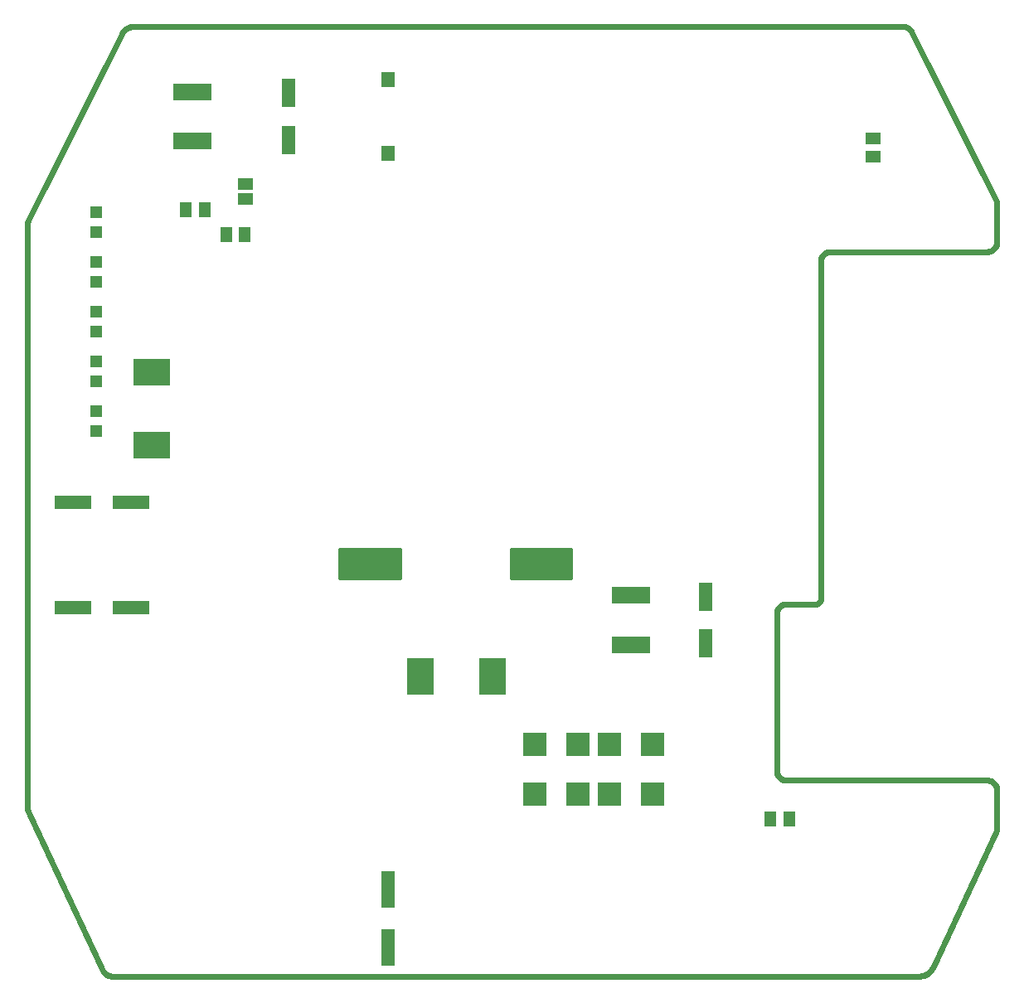
<source format=gtp>
G75*
%MOIN*%
%OFA0B0*%
%FSLAX25Y25*%
%IPPOS*%
%LPD*%
%AMOC8*
5,1,8,0,0,1.08239X$1,22.5*
%
%ADD10C,0.00600*%
%ADD11C,0.02400*%
%ADD12R,0.04724X0.04724*%
%ADD13R,0.05906X0.05118*%
%ADD14R,0.05118X0.05906*%
%ADD15C,0.01280*%
%ADD16R,0.09449X0.09449*%
%ADD17R,0.15748X0.07087*%
%ADD18R,0.14961X0.05512*%
%ADD19R,0.05512X0.11811*%
%ADD20R,0.11024X0.14961*%
%ADD21R,0.14961X0.11024*%
%ADD22R,0.06300X0.04600*%
%ADD23R,0.05512X0.14961*%
%ADD24R,0.05512X0.06299*%
D10*
X0399100Y0314100D02*
X0399240Y0314102D01*
X0399380Y0314108D01*
X0399520Y0314118D01*
X0399660Y0314131D01*
X0399799Y0314149D01*
X0399938Y0314171D01*
X0400075Y0314196D01*
X0400213Y0314225D01*
X0400349Y0314258D01*
X0400484Y0314295D01*
X0400618Y0314336D01*
X0400751Y0314381D01*
X0400883Y0314429D01*
X0401013Y0314481D01*
X0401142Y0314536D01*
X0401269Y0314595D01*
X0401395Y0314658D01*
X0401519Y0314724D01*
X0401640Y0314793D01*
X0401760Y0314866D01*
X0401878Y0314943D01*
X0401993Y0315022D01*
X0402107Y0315105D01*
X0402217Y0315191D01*
X0402326Y0315280D01*
X0402432Y0315372D01*
X0402535Y0315467D01*
X0402636Y0315564D01*
X0402733Y0315665D01*
X0402828Y0315768D01*
X0402920Y0315874D01*
X0403009Y0315983D01*
X0403095Y0316093D01*
X0403178Y0316207D01*
X0403257Y0316322D01*
X0403334Y0316440D01*
X0403407Y0316560D01*
X0403476Y0316681D01*
X0403542Y0316805D01*
X0403605Y0316931D01*
X0403664Y0317058D01*
X0403719Y0317187D01*
X0403771Y0317317D01*
X0403819Y0317449D01*
X0403864Y0317582D01*
X0403905Y0317716D01*
X0403942Y0317851D01*
X0403975Y0317987D01*
X0404004Y0318125D01*
X0404029Y0318262D01*
X0404051Y0318401D01*
X0404069Y0318540D01*
X0404082Y0318680D01*
X0404092Y0318820D01*
X0404098Y0318960D01*
X0404100Y0319100D01*
X0404098Y0318960D01*
X0404092Y0318820D01*
X0404082Y0318680D01*
X0404069Y0318540D01*
X0404051Y0318401D01*
X0404029Y0318262D01*
X0404004Y0318125D01*
X0403975Y0317987D01*
X0403942Y0317851D01*
X0403905Y0317716D01*
X0403864Y0317582D01*
X0403819Y0317449D01*
X0403771Y0317317D01*
X0403719Y0317187D01*
X0403664Y0317058D01*
X0403605Y0316931D01*
X0403542Y0316805D01*
X0403476Y0316681D01*
X0403407Y0316560D01*
X0403334Y0316440D01*
X0403257Y0316322D01*
X0403178Y0316207D01*
X0403095Y0316093D01*
X0403009Y0315983D01*
X0402920Y0315874D01*
X0402828Y0315768D01*
X0402733Y0315665D01*
X0402636Y0315564D01*
X0402535Y0315467D01*
X0402432Y0315372D01*
X0402326Y0315280D01*
X0402217Y0315191D01*
X0402107Y0315105D01*
X0401993Y0315022D01*
X0401878Y0314943D01*
X0401760Y0314866D01*
X0401640Y0314793D01*
X0401519Y0314724D01*
X0401395Y0314658D01*
X0401269Y0314595D01*
X0401142Y0314536D01*
X0401013Y0314481D01*
X0400883Y0314429D01*
X0400751Y0314381D01*
X0400618Y0314336D01*
X0400484Y0314295D01*
X0400349Y0314258D01*
X0400213Y0314225D01*
X0400075Y0314196D01*
X0399938Y0314171D01*
X0399799Y0314149D01*
X0399660Y0314131D01*
X0399520Y0314118D01*
X0399380Y0314108D01*
X0399240Y0314102D01*
X0399100Y0314100D01*
D11*
X0014516Y0089509D02*
X0044508Y0025587D01*
X0044565Y0025477D01*
X0044626Y0025368D01*
X0044690Y0025262D01*
X0044758Y0025157D01*
X0044829Y0025055D01*
X0044903Y0024955D01*
X0044980Y0024857D01*
X0045061Y0024762D01*
X0045144Y0024669D01*
X0045230Y0024579D01*
X0045319Y0024492D01*
X0045411Y0024408D01*
X0045505Y0024327D01*
X0045602Y0024248D01*
X0045701Y0024173D01*
X0045803Y0024101D01*
X0045906Y0024032D01*
X0046012Y0023967D01*
X0046120Y0023905D01*
X0046230Y0023846D01*
X0046342Y0023791D01*
X0046455Y0023739D01*
X0046570Y0023691D01*
X0046687Y0023647D01*
X0046804Y0023606D01*
X0046923Y0023569D01*
X0047043Y0023536D01*
X0047164Y0023507D01*
X0047286Y0023482D01*
X0047409Y0023460D01*
X0047532Y0023442D01*
X0047656Y0023429D01*
X0047780Y0023419D01*
X0047904Y0023413D01*
X0048029Y0023411D01*
X0372655Y0023411D01*
X0377937Y0026676D02*
X0403656Y0082050D01*
X0403864Y0082931D02*
X0403864Y0098214D01*
X0403862Y0098338D01*
X0403856Y0098461D01*
X0403847Y0098585D01*
X0403833Y0098707D01*
X0403816Y0098830D01*
X0403794Y0098952D01*
X0403769Y0099073D01*
X0403740Y0099193D01*
X0403708Y0099312D01*
X0403671Y0099431D01*
X0403631Y0099548D01*
X0403588Y0099663D01*
X0403540Y0099778D01*
X0403489Y0099890D01*
X0403435Y0100001D01*
X0403377Y0100111D01*
X0403316Y0100218D01*
X0403251Y0100324D01*
X0403183Y0100427D01*
X0403112Y0100528D01*
X0403038Y0100627D01*
X0402961Y0100724D01*
X0402880Y0100818D01*
X0402797Y0100909D01*
X0402711Y0100998D01*
X0402622Y0101084D01*
X0402531Y0101167D01*
X0402437Y0101248D01*
X0402340Y0101325D01*
X0402241Y0101399D01*
X0402140Y0101470D01*
X0402037Y0101538D01*
X0401931Y0101603D01*
X0401824Y0101664D01*
X0401714Y0101722D01*
X0401603Y0101776D01*
X0401491Y0101827D01*
X0401376Y0101875D01*
X0401261Y0101918D01*
X0401144Y0101958D01*
X0401025Y0101995D01*
X0400906Y0102027D01*
X0400786Y0102056D01*
X0400665Y0102081D01*
X0400543Y0102103D01*
X0400420Y0102120D01*
X0400298Y0102134D01*
X0400174Y0102143D01*
X0400051Y0102149D01*
X0399927Y0102151D01*
X0319218Y0102151D01*
X0319094Y0102153D01*
X0318971Y0102159D01*
X0318847Y0102168D01*
X0318725Y0102182D01*
X0318602Y0102199D01*
X0318480Y0102221D01*
X0318359Y0102246D01*
X0318239Y0102275D01*
X0318120Y0102307D01*
X0318001Y0102344D01*
X0317884Y0102384D01*
X0317769Y0102427D01*
X0317654Y0102475D01*
X0317542Y0102526D01*
X0317431Y0102580D01*
X0317321Y0102638D01*
X0317214Y0102699D01*
X0317108Y0102764D01*
X0317005Y0102832D01*
X0316904Y0102903D01*
X0316805Y0102977D01*
X0316708Y0103054D01*
X0316614Y0103135D01*
X0316523Y0103218D01*
X0316434Y0103304D01*
X0316348Y0103393D01*
X0316265Y0103484D01*
X0316184Y0103578D01*
X0316107Y0103675D01*
X0316033Y0103774D01*
X0315962Y0103875D01*
X0315894Y0103978D01*
X0315829Y0104084D01*
X0315768Y0104191D01*
X0315710Y0104301D01*
X0315656Y0104412D01*
X0315605Y0104524D01*
X0315557Y0104639D01*
X0315514Y0104754D01*
X0315474Y0104871D01*
X0315437Y0104990D01*
X0315405Y0105109D01*
X0315376Y0105229D01*
X0315351Y0105350D01*
X0315329Y0105472D01*
X0315312Y0105595D01*
X0315298Y0105717D01*
X0315289Y0105841D01*
X0315283Y0105964D01*
X0315281Y0106088D01*
X0315281Y0169080D01*
X0315283Y0169204D01*
X0315289Y0169327D01*
X0315298Y0169451D01*
X0315312Y0169573D01*
X0315329Y0169696D01*
X0315351Y0169818D01*
X0315376Y0169939D01*
X0315405Y0170059D01*
X0315437Y0170178D01*
X0315474Y0170297D01*
X0315514Y0170414D01*
X0315557Y0170529D01*
X0315605Y0170644D01*
X0315656Y0170756D01*
X0315710Y0170867D01*
X0315768Y0170977D01*
X0315829Y0171084D01*
X0315894Y0171190D01*
X0315962Y0171293D01*
X0316033Y0171394D01*
X0316107Y0171493D01*
X0316184Y0171590D01*
X0316265Y0171684D01*
X0316348Y0171775D01*
X0316434Y0171864D01*
X0316523Y0171950D01*
X0316614Y0172033D01*
X0316708Y0172114D01*
X0316805Y0172191D01*
X0316904Y0172265D01*
X0317005Y0172336D01*
X0317108Y0172404D01*
X0317214Y0172469D01*
X0317321Y0172530D01*
X0317431Y0172588D01*
X0317542Y0172642D01*
X0317654Y0172693D01*
X0317769Y0172741D01*
X0317884Y0172784D01*
X0318001Y0172824D01*
X0318120Y0172861D01*
X0318239Y0172893D01*
X0318359Y0172922D01*
X0318480Y0172947D01*
X0318602Y0172969D01*
X0318725Y0172986D01*
X0318847Y0173000D01*
X0318971Y0173009D01*
X0319094Y0173015D01*
X0319218Y0173017D01*
X0331029Y0173017D01*
X0331115Y0173019D01*
X0331201Y0173024D01*
X0331286Y0173034D01*
X0331371Y0173047D01*
X0331455Y0173064D01*
X0331539Y0173084D01*
X0331621Y0173108D01*
X0331702Y0173136D01*
X0331783Y0173167D01*
X0331861Y0173201D01*
X0331938Y0173239D01*
X0332014Y0173281D01*
X0332087Y0173325D01*
X0332158Y0173373D01*
X0332228Y0173424D01*
X0332295Y0173478D01*
X0332359Y0173534D01*
X0332421Y0173594D01*
X0332481Y0173656D01*
X0332537Y0173720D01*
X0332591Y0173787D01*
X0332642Y0173857D01*
X0332690Y0173928D01*
X0332734Y0174002D01*
X0332776Y0174077D01*
X0332814Y0174154D01*
X0332848Y0174232D01*
X0332879Y0174313D01*
X0332907Y0174394D01*
X0332931Y0174476D01*
X0332951Y0174560D01*
X0332968Y0174644D01*
X0332981Y0174729D01*
X0332991Y0174814D01*
X0332996Y0174900D01*
X0332998Y0174986D01*
X0332998Y0310813D01*
X0333000Y0310937D01*
X0333006Y0311060D01*
X0333015Y0311184D01*
X0333029Y0311306D01*
X0333046Y0311429D01*
X0333068Y0311551D01*
X0333093Y0311672D01*
X0333122Y0311792D01*
X0333154Y0311911D01*
X0333191Y0312030D01*
X0333231Y0312147D01*
X0333274Y0312262D01*
X0333322Y0312377D01*
X0333373Y0312489D01*
X0333427Y0312600D01*
X0333485Y0312710D01*
X0333546Y0312817D01*
X0333611Y0312923D01*
X0333679Y0313026D01*
X0333750Y0313127D01*
X0333824Y0313226D01*
X0333901Y0313323D01*
X0333982Y0313417D01*
X0334065Y0313508D01*
X0334151Y0313597D01*
X0334240Y0313683D01*
X0334331Y0313766D01*
X0334425Y0313847D01*
X0334522Y0313924D01*
X0334621Y0313998D01*
X0334722Y0314069D01*
X0334825Y0314137D01*
X0334931Y0314202D01*
X0335038Y0314263D01*
X0335148Y0314321D01*
X0335259Y0314375D01*
X0335371Y0314426D01*
X0335486Y0314474D01*
X0335601Y0314517D01*
X0335718Y0314557D01*
X0335837Y0314594D01*
X0335956Y0314626D01*
X0336076Y0314655D01*
X0336197Y0314680D01*
X0336319Y0314702D01*
X0336442Y0314719D01*
X0336564Y0314733D01*
X0336688Y0314742D01*
X0336811Y0314748D01*
X0336935Y0314750D01*
X0399927Y0314750D01*
X0400051Y0314752D01*
X0400174Y0314758D01*
X0400298Y0314767D01*
X0400420Y0314781D01*
X0400543Y0314798D01*
X0400665Y0314820D01*
X0400786Y0314845D01*
X0400906Y0314874D01*
X0401025Y0314906D01*
X0401144Y0314943D01*
X0401261Y0314983D01*
X0401376Y0315026D01*
X0401491Y0315074D01*
X0401603Y0315125D01*
X0401714Y0315179D01*
X0401824Y0315237D01*
X0401931Y0315298D01*
X0402037Y0315363D01*
X0402140Y0315431D01*
X0402241Y0315502D01*
X0402340Y0315576D01*
X0402437Y0315653D01*
X0402531Y0315734D01*
X0402622Y0315817D01*
X0402711Y0315903D01*
X0402797Y0315992D01*
X0402880Y0316083D01*
X0402961Y0316177D01*
X0403038Y0316274D01*
X0403112Y0316373D01*
X0403183Y0316474D01*
X0403251Y0316577D01*
X0403316Y0316683D01*
X0403377Y0316790D01*
X0403435Y0316900D01*
X0403489Y0317011D01*
X0403540Y0317123D01*
X0403588Y0317238D01*
X0403631Y0317353D01*
X0403671Y0317470D01*
X0403708Y0317589D01*
X0403740Y0317708D01*
X0403769Y0317828D01*
X0403794Y0317949D01*
X0403816Y0318071D01*
X0403833Y0318194D01*
X0403847Y0318316D01*
X0403856Y0318440D01*
X0403862Y0318563D01*
X0403864Y0318687D01*
X0403864Y0333970D01*
X0403656Y0334850D02*
X0369519Y0403124D01*
X0369519Y0403125D02*
X0369462Y0403235D01*
X0369401Y0403344D01*
X0369337Y0403450D01*
X0369269Y0403555D01*
X0369198Y0403657D01*
X0369124Y0403757D01*
X0369047Y0403855D01*
X0368966Y0403950D01*
X0368883Y0404043D01*
X0368797Y0404133D01*
X0368708Y0404220D01*
X0368616Y0404304D01*
X0368522Y0404385D01*
X0368425Y0404464D01*
X0368326Y0404539D01*
X0368224Y0404611D01*
X0368121Y0404680D01*
X0368015Y0404745D01*
X0367907Y0404807D01*
X0367797Y0404866D01*
X0367685Y0404921D01*
X0367572Y0404973D01*
X0367457Y0405021D01*
X0367340Y0405065D01*
X0367223Y0405106D01*
X0367104Y0405143D01*
X0366984Y0405176D01*
X0366863Y0405205D01*
X0366741Y0405230D01*
X0366618Y0405252D01*
X0366495Y0405270D01*
X0366371Y0405283D01*
X0366247Y0405293D01*
X0366123Y0405299D01*
X0365998Y0405301D01*
X0056911Y0405301D01*
X0051931Y0402223D02*
X0014516Y0327392D01*
X0014100Y0325631D02*
X0014100Y0091270D01*
X0014102Y0091148D01*
X0014108Y0091027D01*
X0014117Y0090905D01*
X0014130Y0090784D01*
X0014147Y0090664D01*
X0014168Y0090544D01*
X0014192Y0090425D01*
X0014220Y0090306D01*
X0014251Y0090189D01*
X0014287Y0090072D01*
X0014325Y0089957D01*
X0014368Y0089843D01*
X0014414Y0089730D01*
X0014463Y0089619D01*
X0014516Y0089509D01*
X0014463Y0089619D01*
X0014414Y0089730D01*
X0014368Y0089843D01*
X0014325Y0089957D01*
X0014287Y0090072D01*
X0014251Y0090189D01*
X0014220Y0090306D01*
X0014192Y0090425D01*
X0014168Y0090544D01*
X0014147Y0090664D01*
X0014130Y0090784D01*
X0014117Y0090905D01*
X0014108Y0091027D01*
X0014102Y0091148D01*
X0014100Y0091270D01*
X0044508Y0025587D02*
X0044565Y0025477D01*
X0044626Y0025368D01*
X0044690Y0025262D01*
X0044758Y0025157D01*
X0044829Y0025055D01*
X0044903Y0024955D01*
X0044980Y0024857D01*
X0045061Y0024762D01*
X0045144Y0024669D01*
X0045230Y0024579D01*
X0045319Y0024492D01*
X0045411Y0024408D01*
X0045505Y0024327D01*
X0045602Y0024248D01*
X0045701Y0024173D01*
X0045803Y0024101D01*
X0045906Y0024032D01*
X0046012Y0023967D01*
X0046120Y0023905D01*
X0046230Y0023846D01*
X0046342Y0023791D01*
X0046455Y0023739D01*
X0046570Y0023691D01*
X0046687Y0023647D01*
X0046804Y0023606D01*
X0046923Y0023569D01*
X0047043Y0023536D01*
X0047164Y0023507D01*
X0047286Y0023482D01*
X0047409Y0023460D01*
X0047532Y0023442D01*
X0047656Y0023429D01*
X0047780Y0023419D01*
X0047904Y0023413D01*
X0048029Y0023411D01*
X0315281Y0106088D02*
X0315283Y0105964D01*
X0315289Y0105841D01*
X0315298Y0105717D01*
X0315312Y0105595D01*
X0315329Y0105472D01*
X0315351Y0105350D01*
X0315376Y0105229D01*
X0315405Y0105109D01*
X0315437Y0104990D01*
X0315474Y0104871D01*
X0315514Y0104754D01*
X0315557Y0104639D01*
X0315605Y0104524D01*
X0315656Y0104412D01*
X0315710Y0104301D01*
X0315768Y0104191D01*
X0315829Y0104084D01*
X0315894Y0103978D01*
X0315962Y0103875D01*
X0316033Y0103774D01*
X0316107Y0103675D01*
X0316184Y0103578D01*
X0316265Y0103484D01*
X0316348Y0103393D01*
X0316434Y0103304D01*
X0316523Y0103218D01*
X0316614Y0103135D01*
X0316708Y0103054D01*
X0316805Y0102977D01*
X0316904Y0102903D01*
X0317005Y0102832D01*
X0317108Y0102764D01*
X0317214Y0102699D01*
X0317321Y0102638D01*
X0317431Y0102580D01*
X0317542Y0102526D01*
X0317654Y0102475D01*
X0317769Y0102427D01*
X0317884Y0102384D01*
X0318001Y0102344D01*
X0318120Y0102307D01*
X0318239Y0102275D01*
X0318359Y0102246D01*
X0318480Y0102221D01*
X0318602Y0102199D01*
X0318725Y0102182D01*
X0318847Y0102168D01*
X0318971Y0102159D01*
X0319094Y0102153D01*
X0319218Y0102151D01*
X0315281Y0169080D02*
X0315283Y0169204D01*
X0315289Y0169327D01*
X0315298Y0169451D01*
X0315312Y0169573D01*
X0315329Y0169696D01*
X0315351Y0169818D01*
X0315376Y0169939D01*
X0315405Y0170059D01*
X0315437Y0170178D01*
X0315474Y0170297D01*
X0315514Y0170414D01*
X0315557Y0170529D01*
X0315605Y0170644D01*
X0315656Y0170756D01*
X0315710Y0170867D01*
X0315768Y0170977D01*
X0315829Y0171084D01*
X0315894Y0171190D01*
X0315962Y0171293D01*
X0316033Y0171394D01*
X0316107Y0171493D01*
X0316184Y0171590D01*
X0316265Y0171684D01*
X0316348Y0171775D01*
X0316434Y0171864D01*
X0316523Y0171950D01*
X0316614Y0172033D01*
X0316708Y0172114D01*
X0316805Y0172191D01*
X0316904Y0172265D01*
X0317005Y0172336D01*
X0317108Y0172404D01*
X0317214Y0172469D01*
X0317321Y0172530D01*
X0317431Y0172588D01*
X0317542Y0172642D01*
X0317654Y0172693D01*
X0317769Y0172741D01*
X0317884Y0172784D01*
X0318001Y0172824D01*
X0318120Y0172861D01*
X0318239Y0172893D01*
X0318359Y0172922D01*
X0318480Y0172947D01*
X0318602Y0172969D01*
X0318725Y0172986D01*
X0318847Y0173000D01*
X0318971Y0173009D01*
X0319094Y0173015D01*
X0319218Y0173017D01*
X0331029Y0173017D02*
X0331115Y0173019D01*
X0331201Y0173024D01*
X0331286Y0173034D01*
X0331371Y0173047D01*
X0331455Y0173064D01*
X0331539Y0173084D01*
X0331621Y0173108D01*
X0331702Y0173136D01*
X0331783Y0173167D01*
X0331861Y0173201D01*
X0331938Y0173239D01*
X0332014Y0173281D01*
X0332087Y0173325D01*
X0332158Y0173373D01*
X0332228Y0173424D01*
X0332295Y0173478D01*
X0332359Y0173534D01*
X0332421Y0173594D01*
X0332481Y0173656D01*
X0332537Y0173720D01*
X0332591Y0173787D01*
X0332642Y0173857D01*
X0332690Y0173928D01*
X0332734Y0174002D01*
X0332776Y0174077D01*
X0332814Y0174154D01*
X0332848Y0174232D01*
X0332879Y0174313D01*
X0332907Y0174394D01*
X0332931Y0174476D01*
X0332951Y0174560D01*
X0332968Y0174644D01*
X0332981Y0174729D01*
X0332991Y0174814D01*
X0332996Y0174900D01*
X0332998Y0174986D01*
X0399927Y0102151D02*
X0400051Y0102149D01*
X0400174Y0102143D01*
X0400298Y0102134D01*
X0400420Y0102120D01*
X0400543Y0102103D01*
X0400665Y0102081D01*
X0400786Y0102056D01*
X0400906Y0102027D01*
X0401025Y0101995D01*
X0401144Y0101958D01*
X0401261Y0101918D01*
X0401376Y0101875D01*
X0401491Y0101827D01*
X0401603Y0101776D01*
X0401714Y0101722D01*
X0401824Y0101664D01*
X0401931Y0101603D01*
X0402037Y0101538D01*
X0402140Y0101470D01*
X0402241Y0101399D01*
X0402340Y0101325D01*
X0402437Y0101248D01*
X0402531Y0101167D01*
X0402622Y0101084D01*
X0402711Y0100998D01*
X0402797Y0100909D01*
X0402880Y0100818D01*
X0402961Y0100724D01*
X0403038Y0100627D01*
X0403112Y0100528D01*
X0403183Y0100427D01*
X0403251Y0100324D01*
X0403316Y0100218D01*
X0403377Y0100111D01*
X0403435Y0100001D01*
X0403489Y0099890D01*
X0403540Y0099778D01*
X0403588Y0099663D01*
X0403631Y0099548D01*
X0403671Y0099431D01*
X0403708Y0099312D01*
X0403740Y0099193D01*
X0403769Y0099073D01*
X0403794Y0098952D01*
X0403816Y0098830D01*
X0403833Y0098707D01*
X0403847Y0098585D01*
X0403856Y0098461D01*
X0403862Y0098338D01*
X0403864Y0098214D01*
X0403864Y0082931D02*
X0403862Y0082848D01*
X0403857Y0082765D01*
X0403848Y0082683D01*
X0403836Y0082601D01*
X0403820Y0082519D01*
X0403801Y0082438D01*
X0403779Y0082358D01*
X0403753Y0082280D01*
X0403724Y0082202D01*
X0403692Y0082125D01*
X0403656Y0082050D01*
X0403692Y0082125D01*
X0403724Y0082202D01*
X0403753Y0082280D01*
X0403779Y0082358D01*
X0403801Y0082438D01*
X0403820Y0082519D01*
X0403836Y0082601D01*
X0403848Y0082683D01*
X0403857Y0082765D01*
X0403862Y0082848D01*
X0403864Y0082931D01*
X0377937Y0026676D02*
X0377868Y0026541D01*
X0377795Y0026407D01*
X0377718Y0026276D01*
X0377638Y0026147D01*
X0377555Y0026019D01*
X0377468Y0025894D01*
X0377378Y0025772D01*
X0377286Y0025651D01*
X0377190Y0025533D01*
X0377091Y0025418D01*
X0376989Y0025305D01*
X0376884Y0025195D01*
X0376777Y0025087D01*
X0376666Y0024982D01*
X0376553Y0024880D01*
X0376438Y0024782D01*
X0376320Y0024686D01*
X0376200Y0024593D01*
X0376077Y0024503D01*
X0375952Y0024417D01*
X0375824Y0024333D01*
X0375695Y0024254D01*
X0375564Y0024177D01*
X0375430Y0024104D01*
X0375295Y0024034D01*
X0375158Y0023968D01*
X0375020Y0023905D01*
X0374880Y0023846D01*
X0374738Y0023791D01*
X0374595Y0023739D01*
X0374451Y0023691D01*
X0374305Y0023646D01*
X0374159Y0023606D01*
X0374011Y0023569D01*
X0373863Y0023536D01*
X0373714Y0023507D01*
X0373564Y0023481D01*
X0373413Y0023460D01*
X0373262Y0023442D01*
X0373111Y0023429D01*
X0372959Y0023419D01*
X0372807Y0023413D01*
X0372655Y0023411D01*
X0372807Y0023413D01*
X0372959Y0023419D01*
X0373111Y0023429D01*
X0373262Y0023442D01*
X0373413Y0023460D01*
X0373564Y0023481D01*
X0373714Y0023507D01*
X0373863Y0023536D01*
X0374011Y0023569D01*
X0374159Y0023606D01*
X0374305Y0023646D01*
X0374451Y0023691D01*
X0374595Y0023739D01*
X0374738Y0023791D01*
X0374880Y0023846D01*
X0375020Y0023905D01*
X0375158Y0023968D01*
X0375295Y0024034D01*
X0375430Y0024104D01*
X0375564Y0024177D01*
X0375695Y0024254D01*
X0375824Y0024333D01*
X0375952Y0024417D01*
X0376077Y0024503D01*
X0376200Y0024593D01*
X0376320Y0024686D01*
X0376438Y0024782D01*
X0376553Y0024880D01*
X0376666Y0024982D01*
X0376777Y0025087D01*
X0376884Y0025195D01*
X0376989Y0025305D01*
X0377091Y0025418D01*
X0377190Y0025533D01*
X0377286Y0025651D01*
X0377378Y0025772D01*
X0377468Y0025894D01*
X0377555Y0026019D01*
X0377638Y0026147D01*
X0377718Y0026276D01*
X0377795Y0026407D01*
X0377868Y0026541D01*
X0377937Y0026676D01*
X0332998Y0310813D02*
X0333000Y0310937D01*
X0333006Y0311060D01*
X0333015Y0311184D01*
X0333029Y0311306D01*
X0333046Y0311429D01*
X0333068Y0311551D01*
X0333093Y0311672D01*
X0333122Y0311792D01*
X0333154Y0311911D01*
X0333191Y0312030D01*
X0333231Y0312147D01*
X0333274Y0312262D01*
X0333322Y0312377D01*
X0333373Y0312489D01*
X0333427Y0312600D01*
X0333485Y0312710D01*
X0333546Y0312817D01*
X0333611Y0312923D01*
X0333679Y0313026D01*
X0333750Y0313127D01*
X0333824Y0313226D01*
X0333901Y0313323D01*
X0333982Y0313417D01*
X0334065Y0313508D01*
X0334151Y0313597D01*
X0334240Y0313683D01*
X0334331Y0313766D01*
X0334425Y0313847D01*
X0334522Y0313924D01*
X0334621Y0313998D01*
X0334722Y0314069D01*
X0334825Y0314137D01*
X0334931Y0314202D01*
X0335038Y0314263D01*
X0335148Y0314321D01*
X0335259Y0314375D01*
X0335371Y0314426D01*
X0335486Y0314474D01*
X0335601Y0314517D01*
X0335718Y0314557D01*
X0335837Y0314594D01*
X0335956Y0314626D01*
X0336076Y0314655D01*
X0336197Y0314680D01*
X0336319Y0314702D01*
X0336442Y0314719D01*
X0336564Y0314733D01*
X0336688Y0314742D01*
X0336811Y0314748D01*
X0336935Y0314750D01*
X0399927Y0314750D02*
X0400051Y0314752D01*
X0400174Y0314758D01*
X0400298Y0314767D01*
X0400420Y0314781D01*
X0400543Y0314798D01*
X0400665Y0314820D01*
X0400786Y0314845D01*
X0400906Y0314874D01*
X0401025Y0314906D01*
X0401144Y0314943D01*
X0401261Y0314983D01*
X0401376Y0315026D01*
X0401491Y0315074D01*
X0401603Y0315125D01*
X0401714Y0315179D01*
X0401824Y0315237D01*
X0401931Y0315298D01*
X0402037Y0315363D01*
X0402140Y0315431D01*
X0402241Y0315502D01*
X0402340Y0315576D01*
X0402437Y0315653D01*
X0402531Y0315734D01*
X0402622Y0315817D01*
X0402711Y0315903D01*
X0402797Y0315992D01*
X0402880Y0316083D01*
X0402961Y0316177D01*
X0403038Y0316274D01*
X0403112Y0316373D01*
X0403183Y0316474D01*
X0403251Y0316577D01*
X0403316Y0316683D01*
X0403377Y0316790D01*
X0403435Y0316900D01*
X0403489Y0317011D01*
X0403540Y0317123D01*
X0403588Y0317238D01*
X0403631Y0317353D01*
X0403671Y0317470D01*
X0403708Y0317589D01*
X0403740Y0317708D01*
X0403769Y0317828D01*
X0403794Y0317949D01*
X0403816Y0318071D01*
X0403833Y0318194D01*
X0403847Y0318316D01*
X0403856Y0318440D01*
X0403862Y0318563D01*
X0403864Y0318687D01*
X0403864Y0333970D02*
X0403862Y0334053D01*
X0403857Y0334136D01*
X0403848Y0334218D01*
X0403836Y0334300D01*
X0403820Y0334382D01*
X0403801Y0334463D01*
X0403779Y0334543D01*
X0403753Y0334621D01*
X0403724Y0334699D01*
X0403692Y0334776D01*
X0403656Y0334851D01*
X0403692Y0334776D01*
X0403724Y0334699D01*
X0403753Y0334621D01*
X0403779Y0334543D01*
X0403801Y0334463D01*
X0403820Y0334382D01*
X0403836Y0334300D01*
X0403848Y0334218D01*
X0403857Y0334136D01*
X0403862Y0334053D01*
X0403864Y0333970D01*
X0369519Y0403125D02*
X0369462Y0403235D01*
X0369401Y0403344D01*
X0369337Y0403450D01*
X0369269Y0403555D01*
X0369198Y0403657D01*
X0369124Y0403757D01*
X0369047Y0403855D01*
X0368966Y0403950D01*
X0368883Y0404043D01*
X0368797Y0404133D01*
X0368708Y0404220D01*
X0368616Y0404304D01*
X0368522Y0404385D01*
X0368425Y0404464D01*
X0368326Y0404539D01*
X0368224Y0404611D01*
X0368121Y0404680D01*
X0368015Y0404745D01*
X0367907Y0404807D01*
X0367797Y0404866D01*
X0367685Y0404921D01*
X0367572Y0404973D01*
X0367457Y0405021D01*
X0367340Y0405065D01*
X0367223Y0405106D01*
X0367104Y0405143D01*
X0366984Y0405176D01*
X0366863Y0405205D01*
X0366741Y0405230D01*
X0366618Y0405252D01*
X0366495Y0405270D01*
X0366371Y0405283D01*
X0366247Y0405293D01*
X0366123Y0405299D01*
X0365998Y0405301D01*
X0056911Y0405301D02*
X0056764Y0405299D01*
X0056618Y0405293D01*
X0056471Y0405284D01*
X0056325Y0405270D01*
X0056179Y0405253D01*
X0056034Y0405232D01*
X0055889Y0405206D01*
X0055745Y0405178D01*
X0055602Y0405145D01*
X0055460Y0405109D01*
X0055319Y0405069D01*
X0055179Y0405025D01*
X0055040Y0404977D01*
X0054902Y0404926D01*
X0054766Y0404871D01*
X0054632Y0404813D01*
X0054498Y0404751D01*
X0054367Y0404686D01*
X0054237Y0404617D01*
X0054110Y0404545D01*
X0053984Y0404469D01*
X0053860Y0404391D01*
X0053738Y0404309D01*
X0053619Y0404223D01*
X0053501Y0404135D01*
X0053387Y0404044D01*
X0053274Y0403949D01*
X0053164Y0403852D01*
X0053057Y0403752D01*
X0052953Y0403649D01*
X0052851Y0403543D01*
X0052752Y0403435D01*
X0052656Y0403324D01*
X0052562Y0403210D01*
X0052472Y0403095D01*
X0052385Y0402976D01*
X0052301Y0402856D01*
X0052221Y0402733D01*
X0052143Y0402609D01*
X0052069Y0402482D01*
X0051998Y0402353D01*
X0051931Y0402223D01*
X0051998Y0402353D01*
X0052069Y0402482D01*
X0052143Y0402609D01*
X0052221Y0402733D01*
X0052301Y0402856D01*
X0052385Y0402976D01*
X0052472Y0403095D01*
X0052562Y0403210D01*
X0052656Y0403324D01*
X0052752Y0403435D01*
X0052851Y0403543D01*
X0052953Y0403649D01*
X0053057Y0403752D01*
X0053164Y0403852D01*
X0053274Y0403949D01*
X0053387Y0404044D01*
X0053501Y0404135D01*
X0053619Y0404223D01*
X0053738Y0404309D01*
X0053860Y0404391D01*
X0053984Y0404469D01*
X0054110Y0404545D01*
X0054237Y0404617D01*
X0054367Y0404686D01*
X0054498Y0404751D01*
X0054632Y0404813D01*
X0054766Y0404871D01*
X0054902Y0404926D01*
X0055040Y0404977D01*
X0055179Y0405025D01*
X0055319Y0405069D01*
X0055460Y0405109D01*
X0055602Y0405145D01*
X0055745Y0405178D01*
X0055889Y0405206D01*
X0056034Y0405232D01*
X0056179Y0405253D01*
X0056325Y0405270D01*
X0056471Y0405284D01*
X0056618Y0405293D01*
X0056764Y0405299D01*
X0056911Y0405301D01*
X0014516Y0327392D02*
X0014463Y0327282D01*
X0014414Y0327171D01*
X0014368Y0327058D01*
X0014325Y0326944D01*
X0014287Y0326829D01*
X0014251Y0326712D01*
X0014220Y0326595D01*
X0014192Y0326476D01*
X0014168Y0326357D01*
X0014147Y0326237D01*
X0014130Y0326117D01*
X0014117Y0325996D01*
X0014108Y0325874D01*
X0014102Y0325753D01*
X0014100Y0325631D01*
X0014102Y0325753D01*
X0014108Y0325874D01*
X0014117Y0325996D01*
X0014130Y0326117D01*
X0014147Y0326237D01*
X0014168Y0326357D01*
X0014192Y0326476D01*
X0014220Y0326595D01*
X0014251Y0326712D01*
X0014287Y0326829D01*
X0014325Y0326944D01*
X0014368Y0327058D01*
X0014414Y0327171D01*
X0014463Y0327282D01*
X0014516Y0327392D01*
D12*
X0041600Y0330734D03*
X0041600Y0322466D03*
X0041600Y0310734D03*
X0041600Y0302466D03*
X0041600Y0290734D03*
X0041600Y0282466D03*
X0041600Y0270734D03*
X0041600Y0262466D03*
X0041600Y0250734D03*
X0041600Y0242466D03*
D13*
X0354100Y0352860D03*
X0354100Y0360340D03*
D14*
X0101590Y0321600D03*
X0094110Y0321600D03*
X0085340Y0331600D03*
X0077860Y0331600D03*
X0312860Y0086600D03*
X0320340Y0086600D03*
D15*
X0232912Y0194860D02*
X0208792Y0194860D01*
X0232912Y0194860D02*
X0232912Y0183340D01*
X0208792Y0183340D01*
X0208792Y0194860D01*
X0208792Y0184619D02*
X0232912Y0184619D01*
X0232912Y0185898D02*
X0208792Y0185898D01*
X0208792Y0187177D02*
X0232912Y0187177D01*
X0232912Y0188456D02*
X0208792Y0188456D01*
X0208792Y0189735D02*
X0232912Y0189735D01*
X0232912Y0191014D02*
X0208792Y0191014D01*
X0208792Y0192293D02*
X0232912Y0192293D01*
X0232912Y0193572D02*
X0208792Y0193572D01*
X0208792Y0194851D02*
X0232912Y0194851D01*
X0164014Y0194860D02*
X0139894Y0194860D01*
X0164014Y0194860D02*
X0164014Y0183340D01*
X0139894Y0183340D01*
X0139894Y0194860D01*
X0139894Y0184619D02*
X0164014Y0184619D01*
X0164014Y0185898D02*
X0139894Y0185898D01*
X0139894Y0187177D02*
X0164014Y0187177D01*
X0164014Y0188456D02*
X0139894Y0188456D01*
X0139894Y0189735D02*
X0164014Y0189735D01*
X0164014Y0191014D02*
X0139894Y0191014D01*
X0139894Y0192293D02*
X0164014Y0192293D01*
X0164014Y0193572D02*
X0139894Y0193572D01*
X0139894Y0194851D02*
X0164014Y0194851D01*
D16*
X0217939Y0116600D03*
X0235261Y0116600D03*
X0247939Y0116600D03*
X0265261Y0116600D03*
X0265261Y0096600D03*
X0247939Y0096600D03*
X0235261Y0096600D03*
X0217939Y0096600D03*
D17*
X0256600Y0156757D03*
X0256600Y0176443D03*
X0080350Y0359257D03*
X0080350Y0378943D03*
D18*
X0055911Y0214100D03*
X0032289Y0214100D03*
X0032289Y0171600D03*
X0055911Y0171600D03*
D19*
X0119100Y0359651D03*
X0119100Y0378549D03*
X0286600Y0176049D03*
X0286600Y0157151D03*
D20*
X0201167Y0144100D03*
X0172033Y0144100D03*
D21*
X0064100Y0237033D03*
X0064100Y0266167D03*
D22*
X0101600Y0336100D03*
X0101600Y0342100D03*
D23*
X0159100Y0058411D03*
X0159100Y0034789D03*
D24*
X0159100Y0354336D03*
X0159100Y0383864D03*
M02*

</source>
